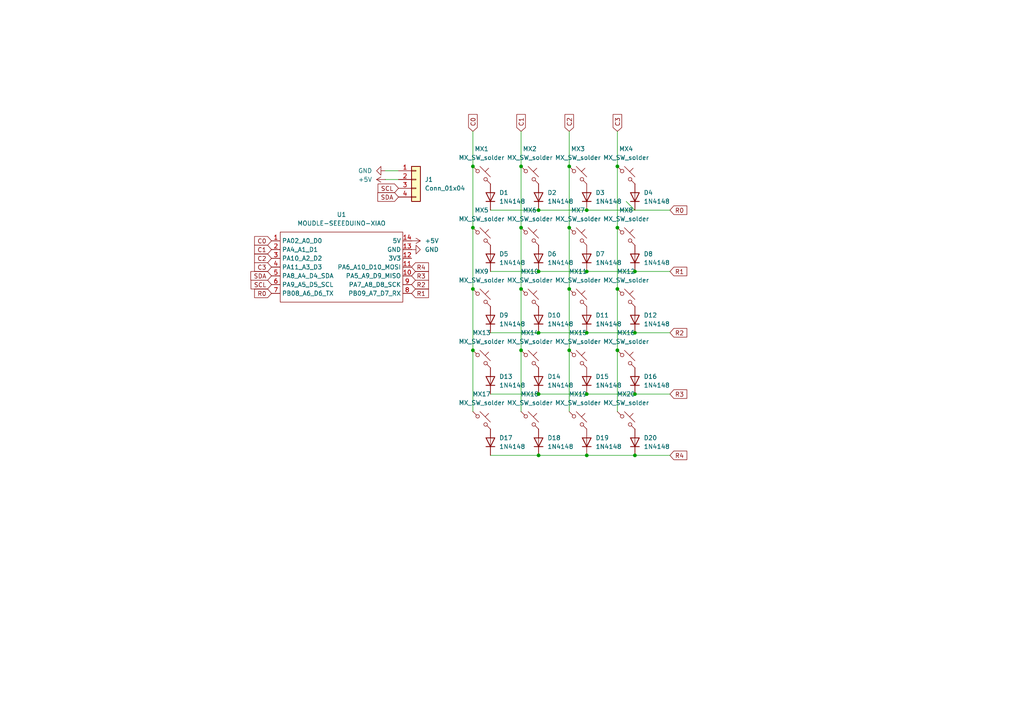
<source format=kicad_sch>
(kicad_sch (version 20231120) (generator "eeschema") (generator_version "8.0")
  (paper "A4")
  (lib_symbols
    (symbol "Connector_Generic:Conn_01x04" (pin_names (offset 1.016) hide)
      (property "Reference" "J" (at 0 5.08 0))
      (property "Value" "Conn_01x04" (at 0 -7.62 0))
      (symbol "Conn_01x04_1_1"
        (rectangle (start -1.27 -4.953) (end 0 -5.207) (stroke (width 0.1524)))
        (rectangle (start -1.27 -2.413) (end 0 -2.667) (stroke (width 0.1524)))
        (rectangle (start -1.27 0.127) (end 0 -0.127) (stroke (width 0.1524)))
        (rectangle (start -1.27 2.667) (end 0 2.413) (stroke (width 0.1524)))
        (rectangle (start -1.27 3.81) (end 1.27 -6.35) (stroke (width 0.254)) (fill (type background)))
        (pin passive line (at -5.08 2.54 0) (length 3.81) (name "Pin_1") (number "1"))
        (pin passive line (at -5.08 0 0) (length 3.81) (name "Pin_2") (number "2"))
        (pin passive line (at -5.08 -2.54 0) (length 3.81) (name "Pin_3") (number "3"))
        (pin passive line (at -5.08 -5.08 0) (length 3.81) (name "Pin_4") (number "4"))
      )
    )
    (symbol "Diode:1N4148" (pin_numbers hide) (pin_names hide)
      (property "Reference" "D" (at 0 2.54 0))
      (property "Value" "1N4148" (at 0 -2.54 0))
      (symbol "1N4148_0_1"
        (polyline (pts (xy -1.27 1.27) (xy -1.27 -1.27)) (stroke (width 0.254)))
        (polyline (pts (xy 1.27 0) (xy -1.27 0)))
        (polyline (pts (xy 1.27 1.27) (xy 1.27 -1.27) (xy -1.27 0) (xy 1.27 1.27)) (stroke (width 0.254)))
      )
      (symbol "1N4148_1_1"
        (pin passive line (at -3.81 0 0) (length 2.54) (name "K") (number "1"))
        (pin passive line (at 3.81 0 180) (length 2.54) (name "A") (number "2"))
      )
    )
    (symbol "PCM_marbastlib-mx:MX_SW_solder" (pin_numbers hide) (pin_names (offset 1.016) hide)
      (property "Reference" "MX" (at 3.048 1.016 0))
      (property "Value" "MX_SW_solder" (at 0 -3.81 0))
      (symbol "MX_SW_solder_0_1"
        (circle (center -1.1684 1.1684) (radius 0.508))
        (polyline (pts (xy -0.508 2.54) (xy 2.54 -0.508)))
        (polyline (pts (xy 1.016 1.016) (xy 2.032 2.032)))
        (polyline (pts (xy -2.54 2.54) (xy -1.524 1.524) (xy -1.524 1.524)))
        (polyline (pts (xy 1.524 -1.524) (xy 2.54 -2.54) (xy 2.54 -2.54) (xy 2.54 -2.54)))
        (circle (center 1.143 -1.1938) (radius 0.508))
        (pin passive line (at -2.54 2.54 0) (length 0) (name "1") (number "1"))
        (pin passive line (at 2.54 -2.54 180) (length 0) (name "2") (number "2"))
      )
    )
    (symbol "XIAO:MOUDLE-SEEEDUINO-XIAO"
      (property "Reference" "U" (at -16.51 11.43 0))
      (property "Value" "MOUDLE-SEEEDUINO-XIAO" (at -3.81 -11.43 0))
      (symbol "MOUDLE-SEEEDUINO-XIAO_0_1"
        (rectangle (start -16.51 10.16) (end 19.05 -10.16))
      )
      (symbol "MOUDLE-SEEEDUINO-XIAO_1_1"
        (pin passive line (at -19.05 7.62 0) (length 2.54) (name "PA02_A0_D0") (number "1"))
        (pin passive line (at 21.59 -2.54 180) (length 2.54) (name "PA5_A9_D9_MISO") (number "10"))
        (pin passive line (at 21.59 0 180) (length 2.54) (name "PA6_A10_D10_MOSI") (number "11"))
        (pin passive line (at 21.59 2.54 180) (length 2.54) (name "3V3") (number "12"))
        (pin passive line (at 21.59 5.08 180) (length 2.54) (name "GND") (number "13"))
        (pin passive line (at 21.59 7.62 180) (length 2.54) (name "5V") (number "14"))
        (pin passive line (at -19.05 5.08 0) (length 2.54) (name "PA4_A1_D1") (number "2"))
        (pin passive line (at -19.05 2.54 0) (length 2.54) (name "PA10_A2_D2") (number "3"))
        (pin passive line (at -19.05 0 0) (length 2.54) (name "PA11_A3_D3") (number "4"))
        (pin passive line (at -19.05 -2.54 0) (length 2.54) (name "PA8_A4_D4_SDA") (number "5"))
        (pin passive line (at -19.05 -5.08 0) (length 2.54) (name "PA9_A5_D5_SCL") (number "6"))
        (pin passive line (at -19.05 -7.62 0) (length 2.54) (name "PB08_A6_D6_TX") (number "7"))
        (pin passive line (at 21.59 -7.62 180) (length 2.54) (name "PB09_A7_D7_RX") (number "8"))
        (pin passive line (at 21.59 -5.08 180) (length 2.54) (name "PA7_A8_D8_SCK") (number "9"))
      )
    )
    (symbol "power:+5V" (power) (pin_numbers hide) (pin_names (offset 0) hide)
      (property "Value" "+5V" (at 0 3.556 0))
      (symbol "+5V_0_1"
        (polyline (pts (xy -0.762 1.27) (xy 0 2.54)))
        (polyline (pts (xy 0 0) (xy 0 2.54)))
        (polyline (pts (xy 0 2.54) (xy 0.762 1.27)))
      )
      (symbol "+5V_1_1"
        (pin power_in line (at 0 0 90) (length 0) (name "~") (number "1"))
      )
    )
    (symbol "power:GND" (power) (pin_numbers hide) (pin_names (offset 0) hide)
      (property "Value" "GND" (at 0 -3.81 0))
      (symbol "GND_0_1"
        (polyline (pts (xy 0 0) (xy 0 -1.27) (xy 1.27 -1.27) (xy 0 -2.54) (xy -1.27 -1.27) (xy 0 -1.27)))
      )
      (symbol "GND_1_1"
        (pin power_in line (at 0 0 270) (length 0) (name "~") (number "1"))
      )
    )
  )
  (junction (at 156.21 78.74))
  (junction (at 137.16 101.6))
  (junction (at 151.13 48.26))
  (junction (at 184.15 132.08))
  (junction (at 184.15 96.52))
  (junction (at 156.21 114.3))
  (junction (at 156.21 132.08))
  (junction (at 137.16 48.26))
  (junction (at 151.13 101.6))
  (junction (at 151.13 83.82))
  (junction (at 170.18 132.08))
  (junction (at 156.21 60.96))
  (junction (at 165.1 48.26))
  (junction (at 170.18 114.3))
  (junction (at 165.1 101.6))
  (junction (at 156.21 96.52))
  (junction (at 170.18 78.74))
  (junction (at 179.07 66.04))
  (junction (at 184.15 78.74))
  (junction (at 137.16 66.04))
  (junction (at 165.1 66.04))
  (junction (at 151.13 66.04))
  (junction (at 179.07 101.6))
  (junction (at 179.07 48.26))
  (junction (at 165.1 83.82))
  (junction (at 184.15 114.3))
  (junction (at 170.18 96.52))
  (junction (at 179.07 83.82))
  (junction (at 170.18 60.96))
  (junction (at 137.16 83.82))
  (bus_entry (at 181.61 58.42) (size 2.54 2.54))
  (wire (pts (xy 179.07 101.6) (xy 179.07 119.38)))
  (wire (pts (xy 165.1 83.82) (xy 165.1 101.6)))
  (wire (pts (xy 170.18 60.96) (xy 184.15 60.96)))
  (wire (pts (xy 137.16 38.1) (xy 137.16 48.26)))
  (wire (pts (xy 156.21 132.08) (xy 170.18 132.08)))
  (wire (pts (xy 170.18 132.08) (xy 184.15 132.08)))
  (wire (pts (xy 142.24 60.96) (xy 156.21 60.96)))
  (wire (pts (xy 156.21 60.96) (xy 170.18 60.96)))
  (wire (pts (xy 137.16 48.26) (xy 137.16 66.04)))
  (wire (pts (xy 137.16 101.6) (xy 137.16 119.38)))
  (wire (pts (xy 142.24 96.52) (xy 156.21 96.52)))
  (wire (pts (xy 170.18 78.74) (xy 184.15 78.74)))
  (wire (pts (xy 179.07 66.04) (xy 179.07 83.82)))
  (wire (pts (xy 184.15 96.52) (xy 194.31 96.52)))
  (wire (pts (xy 165.1 48.26) (xy 165.1 66.04)))
  (wire (pts (xy 165.1 101.6) (xy 165.1 119.38)))
  (wire (pts (xy 179.07 83.82) (xy 179.07 101.6)))
  (wire (pts (xy 142.24 78.74) (xy 156.21 78.74)))
  (wire (pts (xy 151.13 66.04) (xy 151.13 83.82)))
  (wire (pts (xy 142.24 114.3) (xy 156.21 114.3)))
  (wire (pts (xy 165.1 38.1) (xy 165.1 48.26)))
  (wire (pts (xy 184.15 78.74) (xy 194.31 78.74)))
  (wire (pts (xy 179.07 48.26) (xy 179.07 66.04)))
  (wire (pts (xy 151.13 101.6) (xy 151.13 119.38)))
  (wire (pts (xy 194.31 132.08) (xy 184.15 132.08)))
  (wire (pts (xy 142.24 132.08) (xy 156.21 132.08)))
  (wire (pts (xy 151.13 38.1) (xy 151.13 48.26)))
  (wire (pts (xy 170.18 96.52) (xy 184.15 96.52)))
  (wire (pts (xy 194.31 114.3) (xy 184.15 114.3)))
  (wire (pts (xy 111.76 49.53) (xy 115.57 49.53)))
  (wire (pts (xy 111.76 52.07) (xy 115.57 52.07)))
  (wire (pts (xy 156.21 114.3) (xy 170.18 114.3)))
  (wire (pts (xy 156.21 96.52) (xy 170.18 96.52)))
  (wire (pts (xy 137.16 66.04) (xy 137.16 83.82)))
  (wire (pts (xy 179.07 38.1) (xy 179.07 48.26)))
  (wire (pts (xy 151.13 83.82) (xy 151.13 101.6)))
  (wire (pts (xy 165.1 66.04) (xy 165.1 83.82)))
  (wire (pts (xy 151.13 48.26) (xy 151.13 66.04)))
  (wire (pts (xy 194.31 60.96) (xy 184.15 60.96)))
  (wire (pts (xy 137.16 83.82) (xy 137.16 101.6)))
  (wire (pts (xy 170.18 114.3) (xy 184.15 114.3)))
  (wire (pts (xy 156.21 78.74) (xy 170.18 78.74)))
  (global_label "C1" (shape input) (at 151.13 38.1 90) (property "Intersheetrefs" "${INTERSHEET_REFS}" (effects (hide yes))))
  (global_label "R4" (shape input) (at 119.38 77.47 0) (property "Intersheetrefs" "${INTERSHEET_REFS}" (effects (hide yes))))
  (global_label "C3" (shape input) (at 179.07 38.1 90) (property "Intersheetrefs" "${INTERSHEET_REFS}" (effects (hide yes))))
  (global_label "R4" (shape input) (at 194.31 132.08 0) (property "Intersheetrefs" "${INTERSHEET_REFS}" (effects (hide yes))))
  (global_label "R2" (shape input) (at 194.31 96.52 0) (property "Intersheetrefs" "${INTERSHEET_REFS}" (effects (hide yes))))
  (global_label "C0" (shape input) (at 137.16 38.1 90) (property "Intersheetrefs" "${INTERSHEET_REFS}" (effects (hide yes))))
  (global_label "R0" (shape input) (at 194.31 60.96 0) (property "Intersheetrefs" "${INTERSHEET_REFS}" (effects (hide yes))))
  (global_label "SCL" (shape input) (at 115.57 54.61 180) (property "Intersheetrefs" "${INTERSHEET_REFS}" (effects (hide yes))))
  (global_label "R1" (shape input) (at 194.31 78.74 0) (property "Intersheetrefs" "${INTERSHEET_REFS}" (effects (hide yes))))
  (global_label "C2" (shape input) (at 165.1 38.1 90) (property "Intersheetrefs" "${INTERSHEET_REFS}" (effects (hide yes))))
  (global_label "SCL" (shape input) (at 78.74 82.55 180) (property "Intersheetrefs" "${INTERSHEET_REFS}" (effects (hide yes))))
  (global_label "SDA" (shape input) (at 115.57 57.15 180) (property "Intersheetrefs" "${INTERSHEET_REFS}" (effects (hide yes))))
  (global_label "C1" (shape input) (at 78.74 72.39 180) (property "Intersheetrefs" "${INTERSHEET_REFS}" (effects (hide yes))))
  (global_label "R0" (shape input) (at 78.74 85.09 180) (property "Intersheetrefs" "${INTERSHEET_REFS}" (effects (hide yes))))
  (global_label "C3" (shape input) (at 78.74 77.47 180) (property "Intersheetrefs" "${INTERSHEET_REFS}" (effects (hide yes))))
  (global_label "C2" (shape input) (at 78.74 74.93 180) (property "Intersheetrefs" "${INTERSHEET_REFS}" (effects (hide yes))))
  (global_label "R3" (shape input) (at 119.38 80.01 0) (property "Intersheetrefs" "${INTERSHEET_REFS}" (effects (hide yes))))
  (global_label "R1" (shape input) (at 119.38 85.09 0) (property "Intersheetrefs" "${INTERSHEET_REFS}" (effects (hide yes))))
  (global_label "R2" (shape input) (at 119.38 82.55 0) (property "Intersheetrefs" "${INTERSHEET_REFS}" (effects (hide yes))))
  (global_label "C0" (shape input) (at 78.74 69.85 180) (property "Intersheetrefs" "${INTERSHEET_REFS}" (effects (hide yes))))
  (global_label "SDA" (shape input) (at 78.74 80.01 180) (property "Intersheetrefs" "${INTERSHEET_REFS}" (effects (hide yes))))
  (global_label "R3" (shape input) (at 194.31 114.3 0) (property "Intersheetrefs" "${INTERSHEET_REFS}" (effects (hide yes))))
  (symbol (lib_id "Diode:1N4148") (at 170.18 57.15 90) (unit 1)
    (property "Reference" "D3" (at 172.72 55.8799 90) (effects (justify right)))
    (property "Value" "1N4148" (at 172.72 58.4199 90) (effects (justify right)))
    (property "Footprint" "Diode_THT:D_DO-35_SOD27_P7.62mm_Horizontal" (effects (hide yes)))
    (property "Datasheet" "https://assets.nexperia.com/documents/data-sheet/1N4148_1N4448.pdf" (effects (hide yes)))
    (property "Description" "100V 0.15A standard switching diode, DO-35" (effects (hide yes)))
    (property "Sim.Device" "D" (effects (hide yes)))
    (property "Sim.Pins" "1=K 2=A" (effects (hide yes)))
  )
  (symbol (lib_id "PCM_marbastlib-mx:MX_SW_solder") (at 167.64 104.14 0) (unit 1)
    (property "Reference" "MX15" (at 167.64 96.52 0))
    (property "Value" "MX_SW_solder" (at 167.64 99.06 0))
    (property "Footprint" "Button_Switch_Keyboard:SW_Cherry_MX_1.00u_PCB" (effects (hide yes)))
    (property "Description" "Push button switch, normally open, two pins, 45° tilted" (effects (hide yes)))
  )
  (symbol (lib_id "Diode:1N4148") (at 184.15 110.49 90) (unit 1)
    (property "Reference" "D16" (at 186.69 109.2199 90) (effects (justify right)))
    (property "Value" "1N4148" (at 186.69 111.7599 90) (effects (justify right)))
    (property "Footprint" "Diode_THT:D_DO-35_SOD27_P7.62mm_Horizontal" (effects (hide yes)))
    (property "Datasheet" "https://assets.nexperia.com/documents/data-sheet/1N4148_1N4448.pdf" (effects (hide yes)))
    (property "Description" "100V 0.15A standard switching diode, DO-35" (effects (hide yes)))
    (property "Sim.Device" "D" (effects (hide yes)))
    (property "Sim.Pins" "1=K 2=A" (effects (hide yes)))
  )
  (symbol (lib_id "Diode:1N4148") (at 170.18 110.49 90) (unit 1)
    (property "Reference" "D15" (at 172.72 109.2199 90) (effects (justify right)))
    (property "Value" "1N4148" (at 172.72 111.7599 90) (effects (justify right)))
    (property "Footprint" "Diode_THT:D_DO-35_SOD27_P7.62mm_Horizontal" (effects (hide yes)))
    (property "Datasheet" "https://assets.nexperia.com/documents/data-sheet/1N4148_1N4448.pdf" (effects (hide yes)))
    (property "Description" "100V 0.15A standard switching diode, DO-35" (effects (hide yes)))
    (property "Sim.Device" "D" (effects (hide yes)))
    (property "Sim.Pins" "1=K 2=A" (effects (hide yes)))
  )
  (symbol (lib_id "Diode:1N4148") (at 142.24 128.27 90) (unit 1)
    (property "Reference" "D17" (at 144.78 126.9999 90) (effects (justify right)))
    (property "Value" "1N4148" (at 144.78 129.5399 90) (effects (justify right)))
    (property "Footprint" "Diode_THT:D_DO-35_SOD27_P7.62mm_Horizontal" (effects (hide yes)))
    (property "Datasheet" "https://assets.nexperia.com/documents/data-sheet/1N4148_1N4448.pdf" (effects (hide yes)))
    (property "Description" "100V 0.15A standard switching diode, DO-35" (effects (hide yes)))
    (property "Sim.Device" "D" (effects (hide yes)))
    (property "Sim.Pins" "1=K 2=A" (effects (hide yes)))
  )
  (symbol (lib_id "PCM_marbastlib-mx:MX_SW_solder") (at 167.64 121.92 0) (unit 1)
    (property "Reference" "MX19" (at 167.64 114.3 0))
    (property "Value" "MX_SW_solder" (at 167.64 116.84 0))
    (property "Footprint" "Button_Switch_Keyboard:SW_Cherry_MX_1.00u_PCB" (effects (hide yes)))
    (property "Description" "Push button switch, normally open, two pins, 45° tilted" (effects (hide yes)))
  )
  (symbol (lib_id "Diode:1N4148") (at 170.18 92.71 90) (unit 1)
    (property "Reference" "D11" (at 172.72 91.4399 90) (effects (justify right)))
    (property "Value" "1N4148" (at 172.72 93.9799 90) (effects (justify right)))
    (property "Footprint" "Diode_THT:D_DO-35_SOD27_P7.62mm_Horizontal" (effects (hide yes)))
    (property "Datasheet" "https://assets.nexperia.com/documents/data-sheet/1N4148_1N4448.pdf" (effects (hide yes)))
    (property "Description" "100V 0.15A standard switching diode, DO-35" (effects (hide yes)))
    (property "Sim.Device" "D" (effects (hide yes)))
    (property "Sim.Pins" "1=K 2=A" (effects (hide yes)))
  )
  (symbol (lib_id "Diode:1N4148") (at 156.21 74.93 90) (unit 1)
    (property "Reference" "D6" (at 158.75 73.6599 90) (effects (justify right)))
    (property "Value" "1N4148" (at 158.75 76.1999 90) (effects (justify right)))
    (property "Footprint" "Diode_THT:D_DO-35_SOD27_P7.62mm_Horizontal" (effects (hide yes)))
    (property "Datasheet" "https://assets.nexperia.com/documents/data-sheet/1N4148_1N4448.pdf" (effects (hide yes)))
    (property "Description" "100V 0.15A standard switching diode, DO-35" (effects (hide yes)))
    (property "Sim.Device" "D" (effects (hide yes)))
    (property "Sim.Pins" "1=K 2=A" (effects (hide yes)))
  )
  (symbol (lib_id "Diode:1N4148") (at 184.15 92.71 90) (unit 1)
    (property "Reference" "D12" (at 186.69 91.4399 90) (effects (justify right)))
    (property "Value" "1N4148" (at 186.69 93.9799 90) (effects (justify right)))
    (property "Footprint" "Diode_THT:D_DO-35_SOD27_P7.62mm_Horizontal" (effects (hide yes)))
    (property "Datasheet" "https://assets.nexperia.com/documents/data-sheet/1N4148_1N4448.pdf" (effects (hide yes)))
    (property "Description" "100V 0.15A standard switching diode, DO-35" (effects (hide yes)))
    (property "Sim.Device" "D" (effects (hide yes)))
    (property "Sim.Pins" "1=K 2=A" (effects (hide yes)))
  )
  (symbol (lib_id "Diode:1N4148") (at 142.24 92.71 90) (unit 1)
    (property "Reference" "D9" (at 144.78 91.4399 90) (effects (justify right)))
    (property "Value" "1N4148" (at 144.78 93.9799 90) (effects (justify right)))
    (property "Footprint" "Diode_THT:D_DO-35_SOD27_P7.62mm_Horizontal" (effects (hide yes)))
    (property "Datasheet" "https://assets.nexperia.com/documents/data-sheet/1N4148_1N4448.pdf" (effects (hide yes)))
    (property "Description" "100V 0.15A standard switching diode, DO-35" (effects (hide yes)))
    (property "Sim.Device" "D" (effects (hide yes)))
    (property "Sim.Pins" "1=K 2=A" (effects (hide yes)))
  )
  (symbol (lib_id "PCM_marbastlib-mx:MX_SW_solder") (at 181.61 121.92 0) (unit 1)
    (property "Reference" "MX20" (at 181.61 114.3 0))
    (property "Value" "MX_SW_solder" (at 181.61 116.84 0))
    (property "Footprint" "Button_Switch_Keyboard:SW_Cherry_MX_1.00u_PCB" (effects (hide yes)))
    (property "Description" "Push button switch, normally open, two pins, 45° tilted" (effects (hide yes)))
  )
  (symbol (lib_id "PCM_marbastlib-mx:MX_SW_solder") (at 153.67 68.58 0) (unit 1)
    (property "Reference" "MX6" (at 153.67 60.96 0))
    (property "Value" "MX_SW_solder" (at 153.67 63.5 0))
    (property "Footprint" "Button_Switch_Keyboard:SW_Cherry_MX_1.00u_PCB" (effects (hide yes)))
    (property "Description" "Push button switch, normally open, two pins, 45° tilted" (effects (hide yes)))
  )
  (symbol (lib_id "PCM_marbastlib-mx:MX_SW_solder") (at 139.7 86.36 0) (unit 1)
    (property "Reference" "MX9" (at 139.7 78.74 0))
    (property "Value" "MX_SW_solder" (at 139.7 81.28 0))
    (property "Footprint" "Button_Switch_Keyboard:SW_Cherry_MX_1.00u_PCB" (effects (hide yes)))
    (property "Description" "Push button switch, normally open, two pins, 45° tilted" (effects (hide yes)))
  )
  (symbol (lib_id "Diode:1N4148") (at 156.21 92.71 90) (unit 1)
    (property "Reference" "D10" (at 158.75 91.4399 90) (effects (justify right)))
    (property "Value" "1N4148" (at 158.75 93.9799 90) (effects (justify right)))
    (property "Footprint" "Diode_THT:D_DO-35_SOD27_P7.62mm_Horizontal" (effects (hide yes)))
    (property "Datasheet" "https://assets.nexperia.com/documents/data-sheet/1N4148_1N4448.pdf" (effects (hide yes)))
    (property "Description" "100V 0.15A standard switching diode, DO-35" (effects (hide yes)))
    (property "Sim.Device" "D" (effects (hide yes)))
    (property "Sim.Pins" "1=K 2=A" (effects (hide yes)))
  )
  (symbol (lib_id "Diode:1N4148") (at 184.15 128.27 90) (unit 1)
    (property "Reference" "D20" (at 186.69 126.9999 90) (effects (justify right)))
    (property "Value" "1N4148" (at 186.69 129.5399 90) (effects (justify right)))
    (property "Footprint" "Diode_THT:D_DO-35_SOD27_P7.62mm_Horizontal" (effects (hide yes)))
    (property "Datasheet" "https://assets.nexperia.com/documents/data-sheet/1N4148_1N4448.pdf" (effects (hide yes)))
    (property "Description" "100V 0.15A standard switching diode, DO-35" (effects (hide yes)))
    (property "Sim.Device" "D" (effects (hide yes)))
    (property "Sim.Pins" "1=K 2=A" (effects (hide yes)))
  )
  (symbol (lib_id "PCM_marbastlib-mx:MX_SW_solder") (at 153.67 50.8 0) (unit 1)
    (property "Reference" "MX2" (at 153.67 43.18 0))
    (property "Value" "MX_SW_solder" (at 153.67 45.72 0))
    (property "Footprint" "Button_Switch_Keyboard:SW_Cherry_MX_1.00u_PCB" (effects (hide yes)))
    (property "Description" "Push button switch, normally open, two pins, 45° tilted" (effects (hide yes)))
  )
  (symbol (lib_id "Diode:1N4148") (at 184.15 57.15 90) (unit 1)
    (property "Reference" "D4" (at 186.69 55.8799 90) (effects (justify right)))
    (property "Value" "1N4148" (at 186.69 58.4199 90) (effects (justify right)))
    (property "Footprint" "Diode_THT:D_DO-35_SOD27_P7.62mm_Horizontal" (effects (hide yes)))
    (property "Datasheet" "https://assets.nexperia.com/documents/data-sheet/1N4148_1N4448.pdf" (effects (hide yes)))
    (property "Description" "100V 0.15A standard switching diode, DO-35" (effects (hide yes)))
    (property "Sim.Device" "D" (effects (hide yes)))
    (property "Sim.Pins" "1=K 2=A" (effects (hide yes)))
  )
  (symbol (lib_id "PCM_marbastlib-mx:MX_SW_solder") (at 153.67 86.36 0) (unit 1)
    (property "Reference" "MX10" (at 153.67 78.74 0))
    (property "Value" "MX_SW_solder" (at 153.67 81.28 0))
    (property "Footprint" "Button_Switch_Keyboard:SW_Cherry_MX_1.00u_PCB" (effects (hide yes)))
    (property "Description" "Push button switch, normally open, two pins, 45° tilted" (effects (hide yes)))
  )
  (symbol (lib_id "PCM_marbastlib-mx:MX_SW_solder") (at 139.7 50.8 0) (unit 1)
    (property "Reference" "MX1" (at 139.7 43.18 0))
    (property "Value" "MX_SW_solder" (at 139.7 45.72 0))
    (property "Footprint" "Button_Switch_Keyboard:SW_Cherry_MX_1.00u_PCB" (effects (hide yes)))
    (property "Description" "Push button switch, normally open, two pins, 45° tilted" (effects (hide yes)))
  )
  (symbol (lib_id "Diode:1N4148") (at 156.21 128.27 90) (unit 1)
    (property "Reference" "D18" (at 158.75 126.9999 90) (effects (justify right)))
    (property "Value" "1N4148" (at 158.75 129.5399 90) (effects (justify right)))
    (property "Footprint" "Diode_THT:D_DO-35_SOD27_P7.62mm_Horizontal" (effects (hide yes)))
    (property "Datasheet" "https://assets.nexperia.com/documents/data-sheet/1N4148_1N4448.pdf" (effects (hide yes)))
    (property "Description" "100V 0.15A standard switching diode, DO-35" (effects (hide yes)))
    (property "Sim.Device" "D" (effects (hide yes)))
    (property "Sim.Pins" "1=K 2=A" (effects (hide yes)))
  )
  (symbol (lib_id "PCM_marbastlib-mx:MX_SW_solder") (at 139.7 121.92 0) (unit 1)
    (property "Reference" "MX17" (at 139.7 114.3 0))
    (property "Value" "MX_SW_solder" (at 139.7 116.84 0))
    (property "Footprint" "Button_Switch_Keyboard:SW_Cherry_MX_1.00u_PCB" (effects (hide yes)))
    (property "Description" "Push button switch, normally open, two pins, 45° tilted" (effects (hide yes)))
  )
  (symbol (lib_id "Diode:1N4148") (at 156.21 57.15 90) (unit 1)
    (property "Reference" "D2" (at 158.75 55.8799 90) (effects (justify right)))
    (property "Value" "1N4148" (at 158.75 58.4199 90) (effects (justify right)))
    (property "Footprint" "Diode_THT:D_DO-35_SOD27_P7.62mm_Horizontal" (effects (hide yes)))
    (property "Datasheet" "https://assets.nexperia.com/documents/data-sheet/1N4148_1N4448.pdf" (effects (hide yes)))
    (property "Description" "100V 0.15A standard switching diode, DO-35" (effects (hide yes)))
    (property "Sim.Device" "D" (effects (hide yes)))
    (property "Sim.Pins" "1=K 2=A" (effects (hide yes)))
  )
  (symbol (lib_id "Diode:1N4148") (at 142.24 110.49 90) (unit 1)
    (property "Reference" "D13" (at 144.78 109.2199 90) (effects (justify right)))
    (property "Value" "1N4148" (at 144.78 111.7599 90) (effects (justify right)))
    (property "Footprint" "Diode_THT:D_DO-35_SOD27_P7.62mm_Horizontal" (effects (hide yes)))
    (property "Datasheet" "https://assets.nexperia.com/documents/data-sheet/1N4148_1N4448.pdf" (effects (hide yes)))
    (property "Description" "100V 0.15A standard switching diode, DO-35" (effects (hide yes)))
    (property "Sim.Device" "D" (effects (hide yes)))
    (property "Sim.Pins" "1=K 2=A" (effects (hide yes)))
  )
  (symbol (lib_id "Diode:1N4148") (at 142.24 74.93 90) (unit 1)
    (property "Reference" "D5" (at 144.78 73.6599 90) (effects (justify right)))
    (property "Value" "1N4148" (at 144.78 76.1999 90) (effects (justify right)))
    (property "Footprint" "Diode_THT:D_DO-35_SOD27_P7.62mm_Horizontal" (effects (hide yes)))
    (property "Datasheet" "https://assets.nexperia.com/documents/data-sheet/1N4148_1N4448.pdf" (effects (hide yes)))
    (property "Description" "100V 0.15A standard switching diode, DO-35" (effects (hide yes)))
    (property "Sim.Device" "D" (effects (hide yes)))
    (property "Sim.Pins" "1=K 2=A" (effects (hide yes)))
  )
  (symbol (lib_id "Diode:1N4148") (at 142.24 57.15 90) (unit 1)
    (property "Reference" "D1" (at 144.78 55.8799 90) (effects (justify right)))
    (property "Value" "1N4148" (at 144.78 58.4199 90) (effects (justify right)))
    (property "Footprint" "Diode_THT:D_DO-35_SOD27_P7.62mm_Horizontal" (effects (hide yes)))
    (property "Datasheet" "https://assets.nexperia.com/documents/data-sheet/1N4148_1N4448.pdf" (effects (hide yes)))
    (property "Description" "100V 0.15A standard switching diode, DO-35" (effects (hide yes)))
    (property "Sim.Device" "D" (effects (hide yes)))
    (property "Sim.Pins" "1=K 2=A" (effects (hide yes)))
  )
  (symbol (lib_id "power:GND") (at 119.38 72.39 90) (unit 1)
    (property "Reference" "#PWR03" (effects (hide yes)))
    (property "Value" "GND" (at 123.19 72.3899 90) (effects (justify right)))
    (property "Description" "Power symbol creates a global label with name \"GND\" , ground" (effects (hide yes)))
  )
  (symbol (lib_id "XIAO:MOUDLE-SEEEDUINO-XIAO") (at 97.79 77.47 0) (unit 1)
    (property "Reference" "U1" (at 99.06 62.23 0))
    (property "Value" "MOUDLE-SEEEDUINO-XIAO" (at 99.06 64.77 0))
    (property "Footprint" "XIAO_PCB:MOUDLE14P-2.54-21X17.8MM" (effects (hide yes)))
  )
  (symbol (lib_id "Diode:1N4148") (at 156.21 110.49 90) (unit 1)
    (property "Reference" "D14" (at 158.75 109.2199 90) (effects (justify right)))
    (property "Value" "1N4148" (at 158.75 111.7599 90) (effects (justify right)))
    (property "Footprint" "Diode_THT:D_DO-35_SOD27_P7.62mm_Horizontal" (effects (hide yes)))
    (property "Datasheet" "https://assets.nexperia.com/documents/data-sheet/1N4148_1N4448.pdf" (effects (hide yes)))
    (property "Description" "100V 0.15A standard switching diode, DO-35" (effects (hide yes)))
    (property "Sim.Device" "D" (effects (hide yes)))
    (property "Sim.Pins" "1=K 2=A" (effects (hide yes)))
  )
  (symbol (lib_id "power:GND") (at 111.76 49.53 270) (unit 1)
    (property "Reference" "#PWR02" (effects (hide yes)))
    (property "Value" "GND" (at 107.95 49.5299 90) (effects (justify right)))
    (property "Description" "Power symbol creates a global label with name \"GND\" , ground" (effects (hide yes)))
  )
  (symbol (lib_id "PCM_marbastlib-mx:MX_SW_solder") (at 153.67 104.14 0) (unit 1)
    (property "Reference" "MX14" (at 153.67 96.52 0))
    (property "Value" "MX_SW_solder" (at 153.67 99.06 0))
    (property "Footprint" "Button_Switch_Keyboard:SW_Cherry_MX_1.00u_PCB" (effects (hide yes)))
    (property "Description" "Push button switch, normally open, two pins, 45° tilted" (effects (hide yes)))
  )
  (symbol (lib_id "PCM_marbastlib-mx:MX_SW_solder") (at 167.64 68.58 0) (unit 1)
    (property "Reference" "MX7" (at 167.64 60.96 0))
    (property "Value" "MX_SW_solder" (at 167.64 63.5 0))
    (property "Footprint" "Button_Switch_Keyboard:SW_Cherry_MX_1.00u_PCB" (effects (hide yes)))
    (property "Description" "Push button switch, normally open, two pins, 45° tilted" (effects (hide yes)))
  )
  (symbol (lib_id "PCM_marbastlib-mx:MX_SW_solder") (at 139.7 68.58 0) (unit 1)
    (property "Reference" "MX5" (at 139.7 60.96 0))
    (property "Value" "MX_SW_solder" (at 139.7 63.5 0))
    (property "Footprint" "Button_Switch_Keyboard:SW_Cherry_MX_1.00u_PCB" (effects (hide yes)))
    (property "Description" "Push button switch, normally open, two pins, 45° tilted" (effects (hide yes)))
  )
  (symbol (lib_id "PCM_marbastlib-mx:MX_SW_solder") (at 181.61 68.58 0) (unit 1)
    (property "Reference" "MX8" (at 181.61 60.96 0))
    (property "Value" "MX_SW_solder" (at 181.61 63.5 0))
    (property "Footprint" "Button_Switch_Keyboard:SW_Cherry_MX_1.00u_PCB" (effects (hide yes)))
    (property "Description" "Push button switch, normally open, two pins, 45° tilted" (effects (hide yes)))
  )
  (symbol (lib_id "PCM_marbastlib-mx:MX_SW_solder") (at 153.67 121.92 0) (unit 1)
    (property "Reference" "MX18" (at 153.67 114.3 0))
    (property "Value" "MX_SW_solder" (at 153.67 116.84 0))
    (property "Footprint" "Button_Switch_Keyboard:SW_Cherry_MX_1.00u_PCB" (effects (hide yes)))
    (property "Description" "Push button switch, normally open, two pins, 45° tilted" (effects (hide yes)))
  )
  (symbol (lib_id "PCM_marbastlib-mx:MX_SW_solder") (at 167.64 50.8 0) (unit 1)
    (property "Reference" "MX3" (at 167.64 43.18 0))
    (property "Value" "MX_SW_solder" (at 167.64 45.72 0))
    (property "Footprint" "Button_Switch_Keyboard:SW_Cherry_MX_1.00u_PCB" (effects (hide yes)))
    (property "Description" "Push button switch, normally open, two pins, 45° tilted" (effects (hide yes)))
  )
  (symbol (lib_id "PCM_marbastlib-mx:MX_SW_solder") (at 181.61 50.8 0) (unit 1)
    (property "Reference" "MX4" (at 181.61 43.18 0))
    (property "Value" "MX_SW_solder" (at 181.61 45.72 0))
    (property "Footprint" "Button_Switch_Keyboard:SW_Cherry_MX_1.00u_PCB" (effects (hide yes)))
    (property "Description" "Push button switch, normally open, two pins, 45° tilted" (effects (hide yes)))
  )
  (symbol (lib_id "power:+5V") (at 119.38 69.85 270) (unit 1)
    (property "Reference" "#PWR04" (effects (hide yes)))
    (property "Value" "+5V" (at 123.19 69.8499 90) (effects (justify left)))
    (property "Description" "Power symbol creates a global label with name \"+5V\"" (effects (hide yes)))
  )
  (symbol (lib_id "Diode:1N4148") (at 170.18 74.93 90) (unit 1)
    (property "Reference" "D7" (at 172.72 73.6599 90) (effects (justify right)))
    (property "Value" "1N4148" (at 172.72 76.1999 90) (effects (justify right)))
    (property "Footprint" "Diode_THT:D_DO-35_SOD27_P7.62mm_Horizontal" (effects (hide yes)))
    (property "Datasheet" "https://assets.nexperia.com/documents/data-sheet/1N4148_1N4448.pdf" (effects (hide yes)))
    (property "Description" "100V 0.15A standard switching diode, DO-35" (effects (hide yes)))
    (property "Sim.Device" "D" (effects (hide yes)))
    (property "Sim.Pins" "1=K 2=A" (effects (hide yes)))
  )
  (symbol (lib_id "Diode:1N4148") (at 170.18 128.27 90) (unit 1)
    (property "Reference" "D19" (at 172.72 126.9999 90) (effects (justify right)))
    (property "Value" "1N4148" (at 172.72 129.5399 90) (effects (justify right)))
    (property "Footprint" "Diode_THT:D_DO-35_SOD27_P7.62mm_Horizontal" (effects (hide yes)))
    (property "Datasheet" "https://assets.nexperia.com/documents/data-sheet/1N4148_1N4448.pdf" (effects (hide yes)))
    (property "Description" "100V 0.15A standard switching diode, DO-35" (effects (hide yes)))
    (property "Sim.Device" "D" (effects (hide yes)))
    (property "Sim.Pins" "1=K 2=A" (effects (hide yes)))
  )
  (symbol (lib_id "PCM_marbastlib-mx:MX_SW_solder") (at 181.61 86.36 0) (unit 1)
    (property "Reference" "MX12" (at 181.61 78.74 0))
    (property "Value" "MX_SW_solder" (at 181.61 81.28 0))
    (property "Footprint" "Button_Switch_Keyboard:SW_Cherry_MX_1.00u_PCB" (effects (hide yes)))
    (property "Description" "Push button switch, normally open, two pins, 45° tilted" (effects (hide yes)))
  )
  (symbol (lib_id "Diode:1N4148") (at 184.15 74.93 90) (unit 1)
    (property "Reference" "D8" (at 186.69 73.6599 90) (effects (justify right)))
    (property "Value" "1N4148" (at 186.69 76.1999 90) (effects (justify right)))
    (property "Footprint" "Diode_THT:D_DO-35_SOD27_P7.62mm_Horizontal" (effects (hide yes)))
    (property "Datasheet" "https://assets.nexperia.com/documents/data-sheet/1N4148_1N4448.pdf" (effects (hide yes)))
    (property "Description" "100V 0.15A standard switching diode, DO-35" (effects (hide yes)))
    (property "Sim.Device" "D" (effects (hide yes)))
    (property "Sim.Pins" "1=K 2=A" (effects (hide yes)))
  )
  (symbol (lib_id "PCM_marbastlib-mx:MX_SW_solder") (at 167.64 86.36 0) (unit 1)
    (property "Reference" "MX11" (at 167.64 78.74 0))
    (property "Value" "MX_SW_solder" (at 167.64 81.28 0))
    (property "Footprint" "Button_Switch_Keyboard:SW_Cherry_MX_1.00u_PCB" (effects (hide yes)))
    (property "Description" "Push button switch, normally open, two pins, 45° tilted" (effects (hide yes)))
  )
  (symbol (lib_id "PCM_marbastlib-mx:MX_SW_solder") (at 139.7 104.14 0) (unit 1)
    (property "Reference" "MX13" (at 139.7 96.52 0))
    (property "Value" "MX_SW_solder" (at 139.7 99.06 0))
    (property "Footprint" "Button_Switch_Keyboard:SW_Cherry_MX_1.00u_PCB" (effects (hide yes)))
    (property "Description" "Push button switch, normally open, two pins, 45° tilted" (effects (hide yes)))
  )
  (symbol (lib_id "Connector_Generic:Conn_01x04") (at 120.65 52.07 0) (unit 1)
    (property "Reference" "J1" (at 123.19 52.0699 0) (effects (justify left)))
    (property "Value" "Conn_01x04" (at 123.19 54.6099 0) (effects (justify left)))
    (property "Footprint" "Misc_Custom:SSD1306-0.91-OLED-4pin-128x32" (effects (hide yes)))
    (property "Description" "Generic connector, single row, 01x04, script generated (kicad-library-utils/schlib/autogen/connector/)" (effects (hide yes)))
  )
  (symbol (lib_id "PCM_marbastlib-mx:MX_SW_solder") (at 181.61 104.14 0) (unit 1)
    (property "Reference" "MX16" (at 181.61 96.52 0))
    (property "Value" "MX_SW_solder" (at 181.61 99.06 0))
    (property "Footprint" "Button_Switch_Keyboard:SW_Cherry_MX_1.00u_PCB" (effects (hide yes)))
    (property "Description" "Push button switch, normally open, two pins, 45° tilted" (effects (hide yes)))
  )
  (symbol (lib_id "power:+5V") (at 111.76 52.07 90) (unit 1)
    (property "Reference" "#PWR01" (effects (hide yes)))
    (property "Value" "+5V" (at 107.95 52.0699 90) (effects (justify left)))
    (property "Description" "Power symbol creates a global label with name \"+5V\"" (effects (hide yes)))
  )
)
</source>
